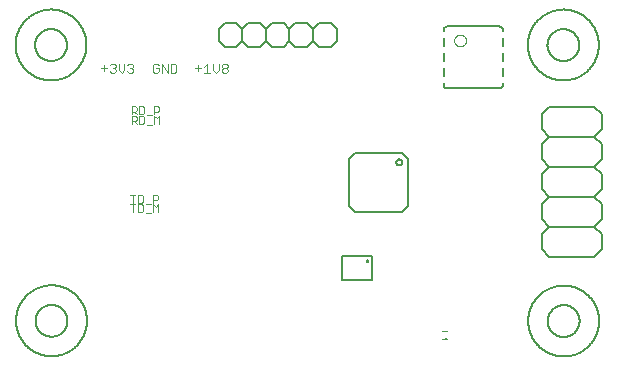
<source format=gto>
G75*
%MOIN*%
%OFA0B0*%
%FSLAX25Y25*%
%IPPOS*%
%LPD*%
%AMOC8*
5,1,8,0,0,1.08239X$1,22.5*
%
%ADD10C,0.00300*%
%ADD11C,0.00200*%
%ADD12C,0.00500*%
%ADD13C,0.00600*%
%ADD14C,0.00800*%
%ADD15C,0.00400*%
%ADD16R,0.00984X0.00886*%
D10*
X0051089Y0112619D02*
X0050605Y0113103D01*
X0051089Y0112619D02*
X0052056Y0112619D01*
X0052540Y0113103D01*
X0052540Y0113587D01*
X0052056Y0114071D01*
X0051573Y0114071D01*
X0052056Y0114071D02*
X0052540Y0114554D01*
X0052540Y0115038D01*
X0052056Y0115522D01*
X0051089Y0115522D01*
X0050605Y0115038D01*
X0049594Y0114071D02*
X0047659Y0114071D01*
X0048626Y0115038D02*
X0048626Y0113103D01*
X0053552Y0113587D02*
X0054519Y0112619D01*
X0055487Y0113587D01*
X0055487Y0115522D01*
X0056498Y0115038D02*
X0056982Y0115522D01*
X0057949Y0115522D01*
X0058433Y0115038D01*
X0058433Y0114554D01*
X0057949Y0114071D01*
X0058433Y0113587D01*
X0058433Y0113103D01*
X0057949Y0112619D01*
X0056982Y0112619D01*
X0056498Y0113103D01*
X0057466Y0114071D02*
X0057949Y0114071D01*
X0053552Y0113587D02*
X0053552Y0115522D01*
X0064981Y0115038D02*
X0064981Y0113103D01*
X0065465Y0112619D01*
X0066433Y0112619D01*
X0066916Y0113103D01*
X0066916Y0114071D01*
X0065949Y0114071D01*
X0066916Y0115038D02*
X0066433Y0115522D01*
X0065465Y0115522D01*
X0064981Y0115038D01*
X0067928Y0115522D02*
X0069863Y0112619D01*
X0069863Y0115522D01*
X0070875Y0115522D02*
X0072326Y0115522D01*
X0072810Y0115038D01*
X0072810Y0113103D01*
X0072326Y0112619D01*
X0070875Y0112619D01*
X0070875Y0115522D01*
X0067928Y0115522D02*
X0067928Y0112619D01*
X0079155Y0114071D02*
X0081090Y0114071D01*
X0082101Y0114554D02*
X0083069Y0115522D01*
X0083069Y0112619D01*
X0084036Y0112619D02*
X0082101Y0112619D01*
X0080122Y0113103D02*
X0080122Y0115038D01*
X0085048Y0115522D02*
X0085048Y0113587D01*
X0086015Y0112619D01*
X0086983Y0113587D01*
X0086983Y0115522D01*
X0087994Y0115038D02*
X0087994Y0114554D01*
X0088478Y0114071D01*
X0089446Y0114071D01*
X0089929Y0113587D01*
X0089929Y0113103D01*
X0089446Y0112619D01*
X0088478Y0112619D01*
X0087994Y0113103D01*
X0087994Y0113587D01*
X0088478Y0114071D01*
X0089446Y0114071D02*
X0089929Y0114554D01*
X0089929Y0115038D01*
X0089446Y0115522D01*
X0088478Y0115522D01*
X0087994Y0115038D01*
D11*
X0067163Y0100922D02*
X0067163Y0100069D01*
X0066737Y0099642D01*
X0065458Y0099642D01*
X0065458Y0098790D02*
X0065458Y0101348D01*
X0066737Y0101348D01*
X0067163Y0100922D01*
X0067163Y0098198D02*
X0067163Y0095640D01*
X0065458Y0095640D02*
X0065458Y0098198D01*
X0066310Y0097346D01*
X0067163Y0098198D01*
X0064625Y0098363D02*
X0062920Y0098363D01*
X0062088Y0097772D02*
X0061662Y0098198D01*
X0060382Y0098198D01*
X0060382Y0095640D01*
X0061662Y0095640D01*
X0062088Y0096066D01*
X0062088Y0097772D01*
X0061662Y0098790D02*
X0062088Y0099216D01*
X0062088Y0100922D01*
X0061662Y0101348D01*
X0060382Y0101348D01*
X0060382Y0098790D01*
X0061662Y0098790D01*
X0059550Y0098790D02*
X0058698Y0099642D01*
X0059124Y0099642D02*
X0057845Y0099642D01*
X0057845Y0098790D02*
X0057845Y0101348D01*
X0059124Y0101348D01*
X0059550Y0100922D01*
X0059550Y0100069D01*
X0059124Y0099642D01*
X0059124Y0098198D02*
X0059550Y0097772D01*
X0059550Y0096919D01*
X0059124Y0096493D01*
X0057845Y0096493D01*
X0058698Y0096493D02*
X0059550Y0095640D01*
X0057845Y0095640D02*
X0057845Y0098198D01*
X0059124Y0098198D01*
X0062920Y0095214D02*
X0064625Y0095214D01*
X0065064Y0071820D02*
X0066343Y0071820D01*
X0066769Y0071394D01*
X0066769Y0070541D01*
X0066343Y0070115D01*
X0065064Y0070115D01*
X0065064Y0069262D02*
X0065064Y0071820D01*
X0064232Y0068836D02*
X0062526Y0068836D01*
X0061694Y0068244D02*
X0061694Y0066539D01*
X0061268Y0066113D01*
X0059989Y0066113D01*
X0059989Y0068671D01*
X0061268Y0068671D01*
X0061694Y0068244D01*
X0061268Y0069262D02*
X0061694Y0069689D01*
X0061694Y0071394D01*
X0061268Y0071820D01*
X0059989Y0071820D01*
X0059989Y0069262D01*
X0061268Y0069262D01*
X0059157Y0068671D02*
X0057451Y0068671D01*
X0058304Y0068671D02*
X0058304Y0066113D01*
X0058304Y0069262D02*
X0058304Y0071820D01*
X0057451Y0071820D02*
X0059157Y0071820D01*
X0065064Y0068671D02*
X0065917Y0067818D01*
X0066769Y0068671D01*
X0066769Y0066113D01*
X0065064Y0066113D02*
X0065064Y0068671D01*
X0064232Y0065686D02*
X0062526Y0065686D01*
X0165402Y0123335D02*
X0165404Y0123423D01*
X0165410Y0123511D01*
X0165420Y0123599D01*
X0165434Y0123687D01*
X0165451Y0123773D01*
X0165473Y0123859D01*
X0165498Y0123943D01*
X0165528Y0124027D01*
X0165560Y0124109D01*
X0165597Y0124189D01*
X0165637Y0124268D01*
X0165681Y0124345D01*
X0165728Y0124420D01*
X0165778Y0124492D01*
X0165832Y0124563D01*
X0165888Y0124630D01*
X0165948Y0124696D01*
X0166010Y0124758D01*
X0166076Y0124818D01*
X0166143Y0124874D01*
X0166214Y0124928D01*
X0166286Y0124978D01*
X0166361Y0125025D01*
X0166438Y0125069D01*
X0166517Y0125109D01*
X0166597Y0125146D01*
X0166679Y0125178D01*
X0166763Y0125208D01*
X0166847Y0125233D01*
X0166933Y0125255D01*
X0167019Y0125272D01*
X0167107Y0125286D01*
X0167195Y0125296D01*
X0167283Y0125302D01*
X0167371Y0125304D01*
X0167459Y0125302D01*
X0167547Y0125296D01*
X0167635Y0125286D01*
X0167723Y0125272D01*
X0167809Y0125255D01*
X0167895Y0125233D01*
X0167979Y0125208D01*
X0168063Y0125178D01*
X0168145Y0125146D01*
X0168225Y0125109D01*
X0168304Y0125069D01*
X0168381Y0125025D01*
X0168456Y0124978D01*
X0168528Y0124928D01*
X0168599Y0124874D01*
X0168666Y0124818D01*
X0168732Y0124758D01*
X0168794Y0124696D01*
X0168854Y0124630D01*
X0168910Y0124563D01*
X0168964Y0124492D01*
X0169014Y0124420D01*
X0169061Y0124345D01*
X0169105Y0124268D01*
X0169145Y0124189D01*
X0169182Y0124109D01*
X0169214Y0124027D01*
X0169244Y0123943D01*
X0169269Y0123859D01*
X0169291Y0123773D01*
X0169308Y0123687D01*
X0169322Y0123599D01*
X0169332Y0123511D01*
X0169338Y0123423D01*
X0169340Y0123335D01*
X0169338Y0123247D01*
X0169332Y0123159D01*
X0169322Y0123071D01*
X0169308Y0122983D01*
X0169291Y0122897D01*
X0169269Y0122811D01*
X0169244Y0122727D01*
X0169214Y0122643D01*
X0169182Y0122561D01*
X0169145Y0122481D01*
X0169105Y0122402D01*
X0169061Y0122325D01*
X0169014Y0122250D01*
X0168964Y0122178D01*
X0168910Y0122107D01*
X0168854Y0122040D01*
X0168794Y0121974D01*
X0168732Y0121912D01*
X0168666Y0121852D01*
X0168599Y0121796D01*
X0168528Y0121742D01*
X0168456Y0121692D01*
X0168381Y0121645D01*
X0168304Y0121601D01*
X0168225Y0121561D01*
X0168145Y0121524D01*
X0168063Y0121492D01*
X0167979Y0121462D01*
X0167895Y0121437D01*
X0167809Y0121415D01*
X0167723Y0121398D01*
X0167635Y0121384D01*
X0167547Y0121374D01*
X0167459Y0121368D01*
X0167371Y0121366D01*
X0167283Y0121368D01*
X0167195Y0121374D01*
X0167107Y0121384D01*
X0167019Y0121398D01*
X0166933Y0121415D01*
X0166847Y0121437D01*
X0166763Y0121462D01*
X0166679Y0121492D01*
X0166597Y0121524D01*
X0166517Y0121561D01*
X0166438Y0121601D01*
X0166361Y0121645D01*
X0166286Y0121692D01*
X0166214Y0121742D01*
X0166143Y0121796D01*
X0166076Y0121852D01*
X0166010Y0121912D01*
X0165948Y0121974D01*
X0165888Y0122040D01*
X0165832Y0122107D01*
X0165778Y0122178D01*
X0165728Y0122250D01*
X0165681Y0122325D01*
X0165637Y0122402D01*
X0165597Y0122481D01*
X0165560Y0122561D01*
X0165528Y0122643D01*
X0165498Y0122727D01*
X0165473Y0122811D01*
X0165451Y0122897D01*
X0165434Y0122983D01*
X0165420Y0123071D01*
X0165410Y0123159D01*
X0165404Y0123247D01*
X0165402Y0123335D01*
D12*
X0148040Y0085698D02*
X0132292Y0085698D01*
X0130324Y0083729D01*
X0130324Y0067981D01*
X0132292Y0066013D01*
X0148040Y0066013D01*
X0150009Y0067981D01*
X0150009Y0083729D01*
X0148040Y0085698D01*
X0146072Y0082745D02*
X0146074Y0082807D01*
X0146080Y0082870D01*
X0146090Y0082931D01*
X0146104Y0082992D01*
X0146121Y0083052D01*
X0146142Y0083111D01*
X0146168Y0083168D01*
X0146196Y0083223D01*
X0146228Y0083277D01*
X0146264Y0083328D01*
X0146302Y0083378D01*
X0146344Y0083424D01*
X0146388Y0083468D01*
X0146436Y0083509D01*
X0146485Y0083547D01*
X0146537Y0083581D01*
X0146591Y0083612D01*
X0146647Y0083640D01*
X0146705Y0083664D01*
X0146764Y0083685D01*
X0146824Y0083701D01*
X0146885Y0083714D01*
X0146947Y0083723D01*
X0147009Y0083728D01*
X0147072Y0083729D01*
X0147134Y0083726D01*
X0147196Y0083719D01*
X0147258Y0083708D01*
X0147318Y0083693D01*
X0147378Y0083675D01*
X0147436Y0083653D01*
X0147493Y0083627D01*
X0147548Y0083597D01*
X0147601Y0083564D01*
X0147652Y0083528D01*
X0147700Y0083489D01*
X0147746Y0083446D01*
X0147789Y0083401D01*
X0147829Y0083353D01*
X0147866Y0083303D01*
X0147900Y0083250D01*
X0147931Y0083196D01*
X0147957Y0083140D01*
X0147981Y0083082D01*
X0148000Y0083022D01*
X0148016Y0082962D01*
X0148028Y0082900D01*
X0148036Y0082839D01*
X0148040Y0082776D01*
X0148040Y0082714D01*
X0148036Y0082651D01*
X0148028Y0082590D01*
X0148016Y0082528D01*
X0148000Y0082468D01*
X0147981Y0082408D01*
X0147957Y0082350D01*
X0147931Y0082294D01*
X0147900Y0082240D01*
X0147866Y0082187D01*
X0147829Y0082137D01*
X0147789Y0082089D01*
X0147746Y0082044D01*
X0147700Y0082001D01*
X0147652Y0081962D01*
X0147601Y0081926D01*
X0147548Y0081893D01*
X0147493Y0081863D01*
X0147436Y0081837D01*
X0147378Y0081815D01*
X0147318Y0081797D01*
X0147258Y0081782D01*
X0147196Y0081771D01*
X0147134Y0081764D01*
X0147072Y0081761D01*
X0147009Y0081762D01*
X0146947Y0081767D01*
X0146885Y0081776D01*
X0146824Y0081789D01*
X0146764Y0081805D01*
X0146705Y0081826D01*
X0146647Y0081850D01*
X0146591Y0081878D01*
X0146537Y0081909D01*
X0146485Y0081943D01*
X0146436Y0081981D01*
X0146388Y0082022D01*
X0146344Y0082066D01*
X0146302Y0082112D01*
X0146264Y0082162D01*
X0146228Y0082213D01*
X0146196Y0082267D01*
X0146168Y0082322D01*
X0146142Y0082379D01*
X0146121Y0082438D01*
X0146104Y0082498D01*
X0146090Y0082559D01*
X0146080Y0082620D01*
X0146074Y0082683D01*
X0146072Y0082745D01*
X0137891Y0051422D02*
X0128048Y0051422D01*
X0128048Y0043548D01*
X0137891Y0043548D01*
X0137891Y0051422D01*
X0136257Y0049847D02*
X0136259Y0049878D01*
X0136265Y0049909D01*
X0136274Y0049939D01*
X0136287Y0049968D01*
X0136304Y0049995D01*
X0136324Y0050019D01*
X0136346Y0050041D01*
X0136372Y0050060D01*
X0136399Y0050076D01*
X0136428Y0050088D01*
X0136458Y0050097D01*
X0136489Y0050102D01*
X0136521Y0050103D01*
X0136552Y0050100D01*
X0136583Y0050093D01*
X0136613Y0050083D01*
X0136641Y0050069D01*
X0136667Y0050051D01*
X0136691Y0050031D01*
X0136712Y0050007D01*
X0136731Y0049982D01*
X0136746Y0049954D01*
X0136757Y0049925D01*
X0136765Y0049894D01*
X0136769Y0049863D01*
X0136769Y0049831D01*
X0136765Y0049800D01*
X0136757Y0049769D01*
X0136746Y0049740D01*
X0136731Y0049712D01*
X0136712Y0049687D01*
X0136691Y0049663D01*
X0136667Y0049643D01*
X0136641Y0049625D01*
X0136613Y0049611D01*
X0136583Y0049601D01*
X0136552Y0049594D01*
X0136521Y0049591D01*
X0136489Y0049592D01*
X0136458Y0049597D01*
X0136428Y0049606D01*
X0136399Y0049618D01*
X0136372Y0049634D01*
X0136346Y0049653D01*
X0136324Y0049675D01*
X0136304Y0049699D01*
X0136287Y0049726D01*
X0136274Y0049755D01*
X0136265Y0049785D01*
X0136259Y0049816D01*
X0136257Y0049847D01*
D13*
X0194532Y0053749D02*
X0194532Y0058749D01*
X0197032Y0061249D01*
X0212032Y0061249D01*
X0214532Y0063749D01*
X0214532Y0068749D01*
X0212032Y0071249D01*
X0197032Y0071249D01*
X0194532Y0073749D01*
X0194532Y0078749D01*
X0197032Y0081249D01*
X0212032Y0081249D01*
X0214532Y0083749D01*
X0214532Y0088749D01*
X0212032Y0091249D01*
X0214532Y0093749D01*
X0214532Y0098749D01*
X0212032Y0101249D01*
X0197032Y0101249D01*
X0194532Y0098749D01*
X0194532Y0093749D01*
X0197032Y0091249D01*
X0212032Y0091249D01*
X0212032Y0081249D02*
X0214532Y0078749D01*
X0214532Y0073749D01*
X0212032Y0071249D01*
X0197032Y0071249D02*
X0194532Y0068749D01*
X0194532Y0063749D01*
X0197032Y0061249D01*
X0194532Y0053749D02*
X0197032Y0051249D01*
X0212032Y0051249D01*
X0214532Y0053749D01*
X0214532Y0058749D01*
X0212032Y0061249D01*
X0197032Y0081249D02*
X0194532Y0083749D01*
X0194532Y0088749D01*
X0197032Y0091249D01*
X0180619Y0107509D02*
X0162902Y0107509D01*
X0162840Y0107511D01*
X0162779Y0107517D01*
X0162718Y0107526D01*
X0162657Y0107540D01*
X0162598Y0107557D01*
X0162540Y0107578D01*
X0162483Y0107603D01*
X0162428Y0107631D01*
X0162375Y0107662D01*
X0162324Y0107697D01*
X0162275Y0107735D01*
X0162228Y0107776D01*
X0162185Y0107819D01*
X0162144Y0107866D01*
X0162106Y0107915D01*
X0162071Y0107966D01*
X0162040Y0108019D01*
X0162012Y0108074D01*
X0161987Y0108131D01*
X0161966Y0108189D01*
X0161949Y0108248D01*
X0161935Y0108309D01*
X0161926Y0108370D01*
X0161920Y0108431D01*
X0161918Y0108493D01*
X0161918Y0108572D02*
X0161918Y0109083D01*
X0161918Y0111485D02*
X0161918Y0114044D01*
X0161918Y0116485D02*
X0161918Y0119044D01*
X0161918Y0121485D02*
X0161918Y0124005D01*
X0161918Y0126446D02*
X0161918Y0126957D01*
X0161918Y0126997D02*
X0161920Y0127059D01*
X0161926Y0127120D01*
X0161935Y0127181D01*
X0161949Y0127242D01*
X0161966Y0127301D01*
X0161987Y0127359D01*
X0162012Y0127416D01*
X0162040Y0127471D01*
X0162071Y0127524D01*
X0162106Y0127575D01*
X0162144Y0127624D01*
X0162185Y0127671D01*
X0162228Y0127714D01*
X0162275Y0127755D01*
X0162324Y0127793D01*
X0162375Y0127828D01*
X0162428Y0127859D01*
X0162483Y0127887D01*
X0162540Y0127912D01*
X0162598Y0127933D01*
X0162657Y0127950D01*
X0162718Y0127964D01*
X0162779Y0127973D01*
X0162840Y0127979D01*
X0162902Y0127981D01*
X0162942Y0127981D02*
X0180619Y0127981D01*
X0180681Y0127979D01*
X0180742Y0127973D01*
X0180803Y0127964D01*
X0180864Y0127950D01*
X0180923Y0127933D01*
X0180981Y0127912D01*
X0181038Y0127887D01*
X0181093Y0127859D01*
X0181146Y0127828D01*
X0181197Y0127793D01*
X0181246Y0127755D01*
X0181293Y0127714D01*
X0181336Y0127671D01*
X0181377Y0127624D01*
X0181415Y0127575D01*
X0181450Y0127524D01*
X0181481Y0127471D01*
X0181509Y0127416D01*
X0181534Y0127359D01*
X0181555Y0127301D01*
X0181572Y0127242D01*
X0181586Y0127181D01*
X0181595Y0127120D01*
X0181601Y0127059D01*
X0181603Y0126997D01*
X0181603Y0126957D02*
X0181603Y0126446D01*
X0181603Y0124005D02*
X0181603Y0121485D01*
X0181603Y0119005D02*
X0181603Y0116485D01*
X0181603Y0114005D02*
X0181603Y0111485D01*
X0181603Y0109044D02*
X0181603Y0108454D01*
X0181603Y0108493D02*
X0181601Y0108431D01*
X0181595Y0108370D01*
X0181586Y0108309D01*
X0181572Y0108248D01*
X0181555Y0108189D01*
X0181534Y0108131D01*
X0181509Y0108074D01*
X0181481Y0108019D01*
X0181450Y0107966D01*
X0181415Y0107915D01*
X0181377Y0107866D01*
X0181336Y0107819D01*
X0181293Y0107776D01*
X0181246Y0107735D01*
X0181197Y0107697D01*
X0181146Y0107662D01*
X0181093Y0107631D01*
X0181038Y0107603D01*
X0180981Y0107578D01*
X0180923Y0107557D01*
X0180864Y0107540D01*
X0180803Y0107526D01*
X0180742Y0107517D01*
X0180681Y0107511D01*
X0180619Y0107509D01*
X0189989Y0121839D02*
X0189993Y0122129D01*
X0190003Y0122419D01*
X0190021Y0122708D01*
X0190046Y0122997D01*
X0190078Y0123285D01*
X0190117Y0123572D01*
X0190163Y0123858D01*
X0190216Y0124143D01*
X0190276Y0124427D01*
X0190343Y0124709D01*
X0190417Y0124989D01*
X0190498Y0125268D01*
X0190585Y0125544D01*
X0190679Y0125818D01*
X0190780Y0126090D01*
X0190888Y0126359D01*
X0191002Y0126625D01*
X0191123Y0126889D01*
X0191250Y0127149D01*
X0191384Y0127407D01*
X0191523Y0127661D01*
X0191669Y0127911D01*
X0191821Y0128158D01*
X0191980Y0128401D01*
X0192144Y0128640D01*
X0192313Y0128875D01*
X0192489Y0129106D01*
X0192670Y0129332D01*
X0192857Y0129554D01*
X0193049Y0129771D01*
X0193246Y0129983D01*
X0193448Y0130191D01*
X0193656Y0130393D01*
X0193868Y0130590D01*
X0194085Y0130782D01*
X0194307Y0130969D01*
X0194533Y0131150D01*
X0194764Y0131326D01*
X0194999Y0131495D01*
X0195238Y0131659D01*
X0195481Y0131818D01*
X0195728Y0131970D01*
X0195978Y0132116D01*
X0196232Y0132255D01*
X0196490Y0132389D01*
X0196750Y0132516D01*
X0197014Y0132637D01*
X0197280Y0132751D01*
X0197549Y0132859D01*
X0197821Y0132960D01*
X0198095Y0133054D01*
X0198371Y0133141D01*
X0198650Y0133222D01*
X0198930Y0133296D01*
X0199212Y0133363D01*
X0199496Y0133423D01*
X0199781Y0133476D01*
X0200067Y0133522D01*
X0200354Y0133561D01*
X0200642Y0133593D01*
X0200931Y0133618D01*
X0201220Y0133636D01*
X0201510Y0133646D01*
X0201800Y0133650D01*
X0202090Y0133646D01*
X0202380Y0133636D01*
X0202669Y0133618D01*
X0202958Y0133593D01*
X0203246Y0133561D01*
X0203533Y0133522D01*
X0203819Y0133476D01*
X0204104Y0133423D01*
X0204388Y0133363D01*
X0204670Y0133296D01*
X0204950Y0133222D01*
X0205229Y0133141D01*
X0205505Y0133054D01*
X0205779Y0132960D01*
X0206051Y0132859D01*
X0206320Y0132751D01*
X0206586Y0132637D01*
X0206850Y0132516D01*
X0207110Y0132389D01*
X0207368Y0132255D01*
X0207622Y0132116D01*
X0207872Y0131970D01*
X0208119Y0131818D01*
X0208362Y0131659D01*
X0208601Y0131495D01*
X0208836Y0131326D01*
X0209067Y0131150D01*
X0209293Y0130969D01*
X0209515Y0130782D01*
X0209732Y0130590D01*
X0209944Y0130393D01*
X0210152Y0130191D01*
X0210354Y0129983D01*
X0210551Y0129771D01*
X0210743Y0129554D01*
X0210930Y0129332D01*
X0211111Y0129106D01*
X0211287Y0128875D01*
X0211456Y0128640D01*
X0211620Y0128401D01*
X0211779Y0128158D01*
X0211931Y0127911D01*
X0212077Y0127661D01*
X0212216Y0127407D01*
X0212350Y0127149D01*
X0212477Y0126889D01*
X0212598Y0126625D01*
X0212712Y0126359D01*
X0212820Y0126090D01*
X0212921Y0125818D01*
X0213015Y0125544D01*
X0213102Y0125268D01*
X0213183Y0124989D01*
X0213257Y0124709D01*
X0213324Y0124427D01*
X0213384Y0124143D01*
X0213437Y0123858D01*
X0213483Y0123572D01*
X0213522Y0123285D01*
X0213554Y0122997D01*
X0213579Y0122708D01*
X0213597Y0122419D01*
X0213607Y0122129D01*
X0213611Y0121839D01*
X0213607Y0121549D01*
X0213597Y0121259D01*
X0213579Y0120970D01*
X0213554Y0120681D01*
X0213522Y0120393D01*
X0213483Y0120106D01*
X0213437Y0119820D01*
X0213384Y0119535D01*
X0213324Y0119251D01*
X0213257Y0118969D01*
X0213183Y0118689D01*
X0213102Y0118410D01*
X0213015Y0118134D01*
X0212921Y0117860D01*
X0212820Y0117588D01*
X0212712Y0117319D01*
X0212598Y0117053D01*
X0212477Y0116789D01*
X0212350Y0116529D01*
X0212216Y0116271D01*
X0212077Y0116017D01*
X0211931Y0115767D01*
X0211779Y0115520D01*
X0211620Y0115277D01*
X0211456Y0115038D01*
X0211287Y0114803D01*
X0211111Y0114572D01*
X0210930Y0114346D01*
X0210743Y0114124D01*
X0210551Y0113907D01*
X0210354Y0113695D01*
X0210152Y0113487D01*
X0209944Y0113285D01*
X0209732Y0113088D01*
X0209515Y0112896D01*
X0209293Y0112709D01*
X0209067Y0112528D01*
X0208836Y0112352D01*
X0208601Y0112183D01*
X0208362Y0112019D01*
X0208119Y0111860D01*
X0207872Y0111708D01*
X0207622Y0111562D01*
X0207368Y0111423D01*
X0207110Y0111289D01*
X0206850Y0111162D01*
X0206586Y0111041D01*
X0206320Y0110927D01*
X0206051Y0110819D01*
X0205779Y0110718D01*
X0205505Y0110624D01*
X0205229Y0110537D01*
X0204950Y0110456D01*
X0204670Y0110382D01*
X0204388Y0110315D01*
X0204104Y0110255D01*
X0203819Y0110202D01*
X0203533Y0110156D01*
X0203246Y0110117D01*
X0202958Y0110085D01*
X0202669Y0110060D01*
X0202380Y0110042D01*
X0202090Y0110032D01*
X0201800Y0110028D01*
X0201510Y0110032D01*
X0201220Y0110042D01*
X0200931Y0110060D01*
X0200642Y0110085D01*
X0200354Y0110117D01*
X0200067Y0110156D01*
X0199781Y0110202D01*
X0199496Y0110255D01*
X0199212Y0110315D01*
X0198930Y0110382D01*
X0198650Y0110456D01*
X0198371Y0110537D01*
X0198095Y0110624D01*
X0197821Y0110718D01*
X0197549Y0110819D01*
X0197280Y0110927D01*
X0197014Y0111041D01*
X0196750Y0111162D01*
X0196490Y0111289D01*
X0196232Y0111423D01*
X0195978Y0111562D01*
X0195728Y0111708D01*
X0195481Y0111860D01*
X0195238Y0112019D01*
X0194999Y0112183D01*
X0194764Y0112352D01*
X0194533Y0112528D01*
X0194307Y0112709D01*
X0194085Y0112896D01*
X0193868Y0113088D01*
X0193656Y0113285D01*
X0193448Y0113487D01*
X0193246Y0113695D01*
X0193049Y0113907D01*
X0192857Y0114124D01*
X0192670Y0114346D01*
X0192489Y0114572D01*
X0192313Y0114803D01*
X0192144Y0115038D01*
X0191980Y0115277D01*
X0191821Y0115520D01*
X0191669Y0115767D01*
X0191523Y0116017D01*
X0191384Y0116271D01*
X0191250Y0116529D01*
X0191123Y0116789D01*
X0191002Y0117053D01*
X0190888Y0117319D01*
X0190780Y0117588D01*
X0190679Y0117860D01*
X0190585Y0118134D01*
X0190498Y0118410D01*
X0190417Y0118689D01*
X0190343Y0118969D01*
X0190276Y0119251D01*
X0190216Y0119535D01*
X0190163Y0119820D01*
X0190117Y0120106D01*
X0190078Y0120393D01*
X0190046Y0120681D01*
X0190021Y0120970D01*
X0190003Y0121259D01*
X0189993Y0121549D01*
X0189989Y0121839D01*
X0126249Y0123099D02*
X0124280Y0121131D01*
X0120343Y0121131D01*
X0118375Y0123099D01*
X0118375Y0127036D01*
X0120343Y0129005D01*
X0124280Y0129005D01*
X0126249Y0127036D01*
X0126249Y0123099D01*
X0118375Y0123099D02*
X0116406Y0121131D01*
X0112469Y0121131D01*
X0110501Y0123099D01*
X0110501Y0127036D01*
X0112469Y0129005D01*
X0116406Y0129005D01*
X0118375Y0127036D01*
X0110501Y0127036D02*
X0108532Y0129005D01*
X0104595Y0129005D01*
X0102627Y0127036D01*
X0102627Y0123099D01*
X0104595Y0121131D01*
X0108532Y0121131D01*
X0110501Y0123099D01*
X0102627Y0123099D02*
X0100658Y0121131D01*
X0096721Y0121131D01*
X0094753Y0123099D01*
X0094753Y0127036D01*
X0096721Y0129005D01*
X0100658Y0129005D01*
X0102627Y0127036D01*
X0094753Y0127036D02*
X0092784Y0129005D01*
X0088847Y0129005D01*
X0086879Y0127036D01*
X0086879Y0123099D01*
X0088847Y0121131D01*
X0092784Y0121131D01*
X0094753Y0123099D01*
X0019202Y0121839D02*
X0019206Y0122129D01*
X0019216Y0122419D01*
X0019234Y0122708D01*
X0019259Y0122997D01*
X0019291Y0123285D01*
X0019330Y0123572D01*
X0019376Y0123858D01*
X0019429Y0124143D01*
X0019489Y0124427D01*
X0019556Y0124709D01*
X0019630Y0124989D01*
X0019711Y0125268D01*
X0019798Y0125544D01*
X0019892Y0125818D01*
X0019993Y0126090D01*
X0020101Y0126359D01*
X0020215Y0126625D01*
X0020336Y0126889D01*
X0020463Y0127149D01*
X0020597Y0127407D01*
X0020736Y0127661D01*
X0020882Y0127911D01*
X0021034Y0128158D01*
X0021193Y0128401D01*
X0021357Y0128640D01*
X0021526Y0128875D01*
X0021702Y0129106D01*
X0021883Y0129332D01*
X0022070Y0129554D01*
X0022262Y0129771D01*
X0022459Y0129983D01*
X0022661Y0130191D01*
X0022869Y0130393D01*
X0023081Y0130590D01*
X0023298Y0130782D01*
X0023520Y0130969D01*
X0023746Y0131150D01*
X0023977Y0131326D01*
X0024212Y0131495D01*
X0024451Y0131659D01*
X0024694Y0131818D01*
X0024941Y0131970D01*
X0025191Y0132116D01*
X0025445Y0132255D01*
X0025703Y0132389D01*
X0025963Y0132516D01*
X0026227Y0132637D01*
X0026493Y0132751D01*
X0026762Y0132859D01*
X0027034Y0132960D01*
X0027308Y0133054D01*
X0027584Y0133141D01*
X0027863Y0133222D01*
X0028143Y0133296D01*
X0028425Y0133363D01*
X0028709Y0133423D01*
X0028994Y0133476D01*
X0029280Y0133522D01*
X0029567Y0133561D01*
X0029855Y0133593D01*
X0030144Y0133618D01*
X0030433Y0133636D01*
X0030723Y0133646D01*
X0031013Y0133650D01*
X0031303Y0133646D01*
X0031593Y0133636D01*
X0031882Y0133618D01*
X0032171Y0133593D01*
X0032459Y0133561D01*
X0032746Y0133522D01*
X0033032Y0133476D01*
X0033317Y0133423D01*
X0033601Y0133363D01*
X0033883Y0133296D01*
X0034163Y0133222D01*
X0034442Y0133141D01*
X0034718Y0133054D01*
X0034992Y0132960D01*
X0035264Y0132859D01*
X0035533Y0132751D01*
X0035799Y0132637D01*
X0036063Y0132516D01*
X0036323Y0132389D01*
X0036581Y0132255D01*
X0036835Y0132116D01*
X0037085Y0131970D01*
X0037332Y0131818D01*
X0037575Y0131659D01*
X0037814Y0131495D01*
X0038049Y0131326D01*
X0038280Y0131150D01*
X0038506Y0130969D01*
X0038728Y0130782D01*
X0038945Y0130590D01*
X0039157Y0130393D01*
X0039365Y0130191D01*
X0039567Y0129983D01*
X0039764Y0129771D01*
X0039956Y0129554D01*
X0040143Y0129332D01*
X0040324Y0129106D01*
X0040500Y0128875D01*
X0040669Y0128640D01*
X0040833Y0128401D01*
X0040992Y0128158D01*
X0041144Y0127911D01*
X0041290Y0127661D01*
X0041429Y0127407D01*
X0041563Y0127149D01*
X0041690Y0126889D01*
X0041811Y0126625D01*
X0041925Y0126359D01*
X0042033Y0126090D01*
X0042134Y0125818D01*
X0042228Y0125544D01*
X0042315Y0125268D01*
X0042396Y0124989D01*
X0042470Y0124709D01*
X0042537Y0124427D01*
X0042597Y0124143D01*
X0042650Y0123858D01*
X0042696Y0123572D01*
X0042735Y0123285D01*
X0042767Y0122997D01*
X0042792Y0122708D01*
X0042810Y0122419D01*
X0042820Y0122129D01*
X0042824Y0121839D01*
X0042820Y0121549D01*
X0042810Y0121259D01*
X0042792Y0120970D01*
X0042767Y0120681D01*
X0042735Y0120393D01*
X0042696Y0120106D01*
X0042650Y0119820D01*
X0042597Y0119535D01*
X0042537Y0119251D01*
X0042470Y0118969D01*
X0042396Y0118689D01*
X0042315Y0118410D01*
X0042228Y0118134D01*
X0042134Y0117860D01*
X0042033Y0117588D01*
X0041925Y0117319D01*
X0041811Y0117053D01*
X0041690Y0116789D01*
X0041563Y0116529D01*
X0041429Y0116271D01*
X0041290Y0116017D01*
X0041144Y0115767D01*
X0040992Y0115520D01*
X0040833Y0115277D01*
X0040669Y0115038D01*
X0040500Y0114803D01*
X0040324Y0114572D01*
X0040143Y0114346D01*
X0039956Y0114124D01*
X0039764Y0113907D01*
X0039567Y0113695D01*
X0039365Y0113487D01*
X0039157Y0113285D01*
X0038945Y0113088D01*
X0038728Y0112896D01*
X0038506Y0112709D01*
X0038280Y0112528D01*
X0038049Y0112352D01*
X0037814Y0112183D01*
X0037575Y0112019D01*
X0037332Y0111860D01*
X0037085Y0111708D01*
X0036835Y0111562D01*
X0036581Y0111423D01*
X0036323Y0111289D01*
X0036063Y0111162D01*
X0035799Y0111041D01*
X0035533Y0110927D01*
X0035264Y0110819D01*
X0034992Y0110718D01*
X0034718Y0110624D01*
X0034442Y0110537D01*
X0034163Y0110456D01*
X0033883Y0110382D01*
X0033601Y0110315D01*
X0033317Y0110255D01*
X0033032Y0110202D01*
X0032746Y0110156D01*
X0032459Y0110117D01*
X0032171Y0110085D01*
X0031882Y0110060D01*
X0031593Y0110042D01*
X0031303Y0110032D01*
X0031013Y0110028D01*
X0030723Y0110032D01*
X0030433Y0110042D01*
X0030144Y0110060D01*
X0029855Y0110085D01*
X0029567Y0110117D01*
X0029280Y0110156D01*
X0028994Y0110202D01*
X0028709Y0110255D01*
X0028425Y0110315D01*
X0028143Y0110382D01*
X0027863Y0110456D01*
X0027584Y0110537D01*
X0027308Y0110624D01*
X0027034Y0110718D01*
X0026762Y0110819D01*
X0026493Y0110927D01*
X0026227Y0111041D01*
X0025963Y0111162D01*
X0025703Y0111289D01*
X0025445Y0111423D01*
X0025191Y0111562D01*
X0024941Y0111708D01*
X0024694Y0111860D01*
X0024451Y0112019D01*
X0024212Y0112183D01*
X0023977Y0112352D01*
X0023746Y0112528D01*
X0023520Y0112709D01*
X0023298Y0112896D01*
X0023081Y0113088D01*
X0022869Y0113285D01*
X0022661Y0113487D01*
X0022459Y0113695D01*
X0022262Y0113907D01*
X0022070Y0114124D01*
X0021883Y0114346D01*
X0021702Y0114572D01*
X0021526Y0114803D01*
X0021357Y0115038D01*
X0021193Y0115277D01*
X0021034Y0115520D01*
X0020882Y0115767D01*
X0020736Y0116017D01*
X0020597Y0116271D01*
X0020463Y0116529D01*
X0020336Y0116789D01*
X0020215Y0117053D01*
X0020101Y0117319D01*
X0019993Y0117588D01*
X0019892Y0117860D01*
X0019798Y0118134D01*
X0019711Y0118410D01*
X0019630Y0118689D01*
X0019556Y0118969D01*
X0019489Y0119251D01*
X0019429Y0119535D01*
X0019376Y0119820D01*
X0019330Y0120106D01*
X0019291Y0120393D01*
X0019259Y0120681D01*
X0019234Y0120970D01*
X0019216Y0121259D01*
X0019206Y0121549D01*
X0019202Y0121839D01*
X0019359Y0029910D02*
X0019363Y0030200D01*
X0019373Y0030490D01*
X0019391Y0030779D01*
X0019416Y0031068D01*
X0019448Y0031356D01*
X0019487Y0031643D01*
X0019533Y0031929D01*
X0019586Y0032214D01*
X0019646Y0032498D01*
X0019713Y0032780D01*
X0019787Y0033060D01*
X0019868Y0033339D01*
X0019955Y0033615D01*
X0020049Y0033889D01*
X0020150Y0034161D01*
X0020258Y0034430D01*
X0020372Y0034696D01*
X0020493Y0034960D01*
X0020620Y0035220D01*
X0020754Y0035478D01*
X0020893Y0035732D01*
X0021039Y0035982D01*
X0021191Y0036229D01*
X0021350Y0036472D01*
X0021514Y0036711D01*
X0021683Y0036946D01*
X0021859Y0037177D01*
X0022040Y0037403D01*
X0022227Y0037625D01*
X0022419Y0037842D01*
X0022616Y0038054D01*
X0022818Y0038262D01*
X0023026Y0038464D01*
X0023238Y0038661D01*
X0023455Y0038853D01*
X0023677Y0039040D01*
X0023903Y0039221D01*
X0024134Y0039397D01*
X0024369Y0039566D01*
X0024608Y0039730D01*
X0024851Y0039889D01*
X0025098Y0040041D01*
X0025348Y0040187D01*
X0025602Y0040326D01*
X0025860Y0040460D01*
X0026120Y0040587D01*
X0026384Y0040708D01*
X0026650Y0040822D01*
X0026919Y0040930D01*
X0027191Y0041031D01*
X0027465Y0041125D01*
X0027741Y0041212D01*
X0028020Y0041293D01*
X0028300Y0041367D01*
X0028582Y0041434D01*
X0028866Y0041494D01*
X0029151Y0041547D01*
X0029437Y0041593D01*
X0029724Y0041632D01*
X0030012Y0041664D01*
X0030301Y0041689D01*
X0030590Y0041707D01*
X0030880Y0041717D01*
X0031170Y0041721D01*
X0031460Y0041717D01*
X0031750Y0041707D01*
X0032039Y0041689D01*
X0032328Y0041664D01*
X0032616Y0041632D01*
X0032903Y0041593D01*
X0033189Y0041547D01*
X0033474Y0041494D01*
X0033758Y0041434D01*
X0034040Y0041367D01*
X0034320Y0041293D01*
X0034599Y0041212D01*
X0034875Y0041125D01*
X0035149Y0041031D01*
X0035421Y0040930D01*
X0035690Y0040822D01*
X0035956Y0040708D01*
X0036220Y0040587D01*
X0036480Y0040460D01*
X0036738Y0040326D01*
X0036992Y0040187D01*
X0037242Y0040041D01*
X0037489Y0039889D01*
X0037732Y0039730D01*
X0037971Y0039566D01*
X0038206Y0039397D01*
X0038437Y0039221D01*
X0038663Y0039040D01*
X0038885Y0038853D01*
X0039102Y0038661D01*
X0039314Y0038464D01*
X0039522Y0038262D01*
X0039724Y0038054D01*
X0039921Y0037842D01*
X0040113Y0037625D01*
X0040300Y0037403D01*
X0040481Y0037177D01*
X0040657Y0036946D01*
X0040826Y0036711D01*
X0040990Y0036472D01*
X0041149Y0036229D01*
X0041301Y0035982D01*
X0041447Y0035732D01*
X0041586Y0035478D01*
X0041720Y0035220D01*
X0041847Y0034960D01*
X0041968Y0034696D01*
X0042082Y0034430D01*
X0042190Y0034161D01*
X0042291Y0033889D01*
X0042385Y0033615D01*
X0042472Y0033339D01*
X0042553Y0033060D01*
X0042627Y0032780D01*
X0042694Y0032498D01*
X0042754Y0032214D01*
X0042807Y0031929D01*
X0042853Y0031643D01*
X0042892Y0031356D01*
X0042924Y0031068D01*
X0042949Y0030779D01*
X0042967Y0030490D01*
X0042977Y0030200D01*
X0042981Y0029910D01*
X0042977Y0029620D01*
X0042967Y0029330D01*
X0042949Y0029041D01*
X0042924Y0028752D01*
X0042892Y0028464D01*
X0042853Y0028177D01*
X0042807Y0027891D01*
X0042754Y0027606D01*
X0042694Y0027322D01*
X0042627Y0027040D01*
X0042553Y0026760D01*
X0042472Y0026481D01*
X0042385Y0026205D01*
X0042291Y0025931D01*
X0042190Y0025659D01*
X0042082Y0025390D01*
X0041968Y0025124D01*
X0041847Y0024860D01*
X0041720Y0024600D01*
X0041586Y0024342D01*
X0041447Y0024088D01*
X0041301Y0023838D01*
X0041149Y0023591D01*
X0040990Y0023348D01*
X0040826Y0023109D01*
X0040657Y0022874D01*
X0040481Y0022643D01*
X0040300Y0022417D01*
X0040113Y0022195D01*
X0039921Y0021978D01*
X0039724Y0021766D01*
X0039522Y0021558D01*
X0039314Y0021356D01*
X0039102Y0021159D01*
X0038885Y0020967D01*
X0038663Y0020780D01*
X0038437Y0020599D01*
X0038206Y0020423D01*
X0037971Y0020254D01*
X0037732Y0020090D01*
X0037489Y0019931D01*
X0037242Y0019779D01*
X0036992Y0019633D01*
X0036738Y0019494D01*
X0036480Y0019360D01*
X0036220Y0019233D01*
X0035956Y0019112D01*
X0035690Y0018998D01*
X0035421Y0018890D01*
X0035149Y0018789D01*
X0034875Y0018695D01*
X0034599Y0018608D01*
X0034320Y0018527D01*
X0034040Y0018453D01*
X0033758Y0018386D01*
X0033474Y0018326D01*
X0033189Y0018273D01*
X0032903Y0018227D01*
X0032616Y0018188D01*
X0032328Y0018156D01*
X0032039Y0018131D01*
X0031750Y0018113D01*
X0031460Y0018103D01*
X0031170Y0018099D01*
X0030880Y0018103D01*
X0030590Y0018113D01*
X0030301Y0018131D01*
X0030012Y0018156D01*
X0029724Y0018188D01*
X0029437Y0018227D01*
X0029151Y0018273D01*
X0028866Y0018326D01*
X0028582Y0018386D01*
X0028300Y0018453D01*
X0028020Y0018527D01*
X0027741Y0018608D01*
X0027465Y0018695D01*
X0027191Y0018789D01*
X0026919Y0018890D01*
X0026650Y0018998D01*
X0026384Y0019112D01*
X0026120Y0019233D01*
X0025860Y0019360D01*
X0025602Y0019494D01*
X0025348Y0019633D01*
X0025098Y0019779D01*
X0024851Y0019931D01*
X0024608Y0020090D01*
X0024369Y0020254D01*
X0024134Y0020423D01*
X0023903Y0020599D01*
X0023677Y0020780D01*
X0023455Y0020967D01*
X0023238Y0021159D01*
X0023026Y0021356D01*
X0022818Y0021558D01*
X0022616Y0021766D01*
X0022419Y0021978D01*
X0022227Y0022195D01*
X0022040Y0022417D01*
X0021859Y0022643D01*
X0021683Y0022874D01*
X0021514Y0023109D01*
X0021350Y0023348D01*
X0021191Y0023591D01*
X0021039Y0023838D01*
X0020893Y0024088D01*
X0020754Y0024342D01*
X0020620Y0024600D01*
X0020493Y0024860D01*
X0020372Y0025124D01*
X0020258Y0025390D01*
X0020150Y0025659D01*
X0020049Y0025931D01*
X0019955Y0026205D01*
X0019868Y0026481D01*
X0019787Y0026760D01*
X0019713Y0027040D01*
X0019646Y0027322D01*
X0019586Y0027606D01*
X0019533Y0027891D01*
X0019487Y0028177D01*
X0019448Y0028464D01*
X0019416Y0028752D01*
X0019391Y0029041D01*
X0019373Y0029330D01*
X0019363Y0029620D01*
X0019359Y0029910D01*
X0190068Y0029831D02*
X0190072Y0030121D01*
X0190082Y0030411D01*
X0190100Y0030700D01*
X0190125Y0030989D01*
X0190157Y0031277D01*
X0190196Y0031564D01*
X0190242Y0031850D01*
X0190295Y0032135D01*
X0190355Y0032419D01*
X0190422Y0032701D01*
X0190496Y0032981D01*
X0190577Y0033260D01*
X0190664Y0033536D01*
X0190758Y0033810D01*
X0190859Y0034082D01*
X0190967Y0034351D01*
X0191081Y0034617D01*
X0191202Y0034881D01*
X0191329Y0035141D01*
X0191463Y0035399D01*
X0191602Y0035653D01*
X0191748Y0035903D01*
X0191900Y0036150D01*
X0192059Y0036393D01*
X0192223Y0036632D01*
X0192392Y0036867D01*
X0192568Y0037098D01*
X0192749Y0037324D01*
X0192936Y0037546D01*
X0193128Y0037763D01*
X0193325Y0037975D01*
X0193527Y0038183D01*
X0193735Y0038385D01*
X0193947Y0038582D01*
X0194164Y0038774D01*
X0194386Y0038961D01*
X0194612Y0039142D01*
X0194843Y0039318D01*
X0195078Y0039487D01*
X0195317Y0039651D01*
X0195560Y0039810D01*
X0195807Y0039962D01*
X0196057Y0040108D01*
X0196311Y0040247D01*
X0196569Y0040381D01*
X0196829Y0040508D01*
X0197093Y0040629D01*
X0197359Y0040743D01*
X0197628Y0040851D01*
X0197900Y0040952D01*
X0198174Y0041046D01*
X0198450Y0041133D01*
X0198729Y0041214D01*
X0199009Y0041288D01*
X0199291Y0041355D01*
X0199575Y0041415D01*
X0199860Y0041468D01*
X0200146Y0041514D01*
X0200433Y0041553D01*
X0200721Y0041585D01*
X0201010Y0041610D01*
X0201299Y0041628D01*
X0201589Y0041638D01*
X0201879Y0041642D01*
X0202169Y0041638D01*
X0202459Y0041628D01*
X0202748Y0041610D01*
X0203037Y0041585D01*
X0203325Y0041553D01*
X0203612Y0041514D01*
X0203898Y0041468D01*
X0204183Y0041415D01*
X0204467Y0041355D01*
X0204749Y0041288D01*
X0205029Y0041214D01*
X0205308Y0041133D01*
X0205584Y0041046D01*
X0205858Y0040952D01*
X0206130Y0040851D01*
X0206399Y0040743D01*
X0206665Y0040629D01*
X0206929Y0040508D01*
X0207189Y0040381D01*
X0207447Y0040247D01*
X0207701Y0040108D01*
X0207951Y0039962D01*
X0208198Y0039810D01*
X0208441Y0039651D01*
X0208680Y0039487D01*
X0208915Y0039318D01*
X0209146Y0039142D01*
X0209372Y0038961D01*
X0209594Y0038774D01*
X0209811Y0038582D01*
X0210023Y0038385D01*
X0210231Y0038183D01*
X0210433Y0037975D01*
X0210630Y0037763D01*
X0210822Y0037546D01*
X0211009Y0037324D01*
X0211190Y0037098D01*
X0211366Y0036867D01*
X0211535Y0036632D01*
X0211699Y0036393D01*
X0211858Y0036150D01*
X0212010Y0035903D01*
X0212156Y0035653D01*
X0212295Y0035399D01*
X0212429Y0035141D01*
X0212556Y0034881D01*
X0212677Y0034617D01*
X0212791Y0034351D01*
X0212899Y0034082D01*
X0213000Y0033810D01*
X0213094Y0033536D01*
X0213181Y0033260D01*
X0213262Y0032981D01*
X0213336Y0032701D01*
X0213403Y0032419D01*
X0213463Y0032135D01*
X0213516Y0031850D01*
X0213562Y0031564D01*
X0213601Y0031277D01*
X0213633Y0030989D01*
X0213658Y0030700D01*
X0213676Y0030411D01*
X0213686Y0030121D01*
X0213690Y0029831D01*
X0213686Y0029541D01*
X0213676Y0029251D01*
X0213658Y0028962D01*
X0213633Y0028673D01*
X0213601Y0028385D01*
X0213562Y0028098D01*
X0213516Y0027812D01*
X0213463Y0027527D01*
X0213403Y0027243D01*
X0213336Y0026961D01*
X0213262Y0026681D01*
X0213181Y0026402D01*
X0213094Y0026126D01*
X0213000Y0025852D01*
X0212899Y0025580D01*
X0212791Y0025311D01*
X0212677Y0025045D01*
X0212556Y0024781D01*
X0212429Y0024521D01*
X0212295Y0024263D01*
X0212156Y0024009D01*
X0212010Y0023759D01*
X0211858Y0023512D01*
X0211699Y0023269D01*
X0211535Y0023030D01*
X0211366Y0022795D01*
X0211190Y0022564D01*
X0211009Y0022338D01*
X0210822Y0022116D01*
X0210630Y0021899D01*
X0210433Y0021687D01*
X0210231Y0021479D01*
X0210023Y0021277D01*
X0209811Y0021080D01*
X0209594Y0020888D01*
X0209372Y0020701D01*
X0209146Y0020520D01*
X0208915Y0020344D01*
X0208680Y0020175D01*
X0208441Y0020011D01*
X0208198Y0019852D01*
X0207951Y0019700D01*
X0207701Y0019554D01*
X0207447Y0019415D01*
X0207189Y0019281D01*
X0206929Y0019154D01*
X0206665Y0019033D01*
X0206399Y0018919D01*
X0206130Y0018811D01*
X0205858Y0018710D01*
X0205584Y0018616D01*
X0205308Y0018529D01*
X0205029Y0018448D01*
X0204749Y0018374D01*
X0204467Y0018307D01*
X0204183Y0018247D01*
X0203898Y0018194D01*
X0203612Y0018148D01*
X0203325Y0018109D01*
X0203037Y0018077D01*
X0202748Y0018052D01*
X0202459Y0018034D01*
X0202169Y0018024D01*
X0201879Y0018020D01*
X0201589Y0018024D01*
X0201299Y0018034D01*
X0201010Y0018052D01*
X0200721Y0018077D01*
X0200433Y0018109D01*
X0200146Y0018148D01*
X0199860Y0018194D01*
X0199575Y0018247D01*
X0199291Y0018307D01*
X0199009Y0018374D01*
X0198729Y0018448D01*
X0198450Y0018529D01*
X0198174Y0018616D01*
X0197900Y0018710D01*
X0197628Y0018811D01*
X0197359Y0018919D01*
X0197093Y0019033D01*
X0196829Y0019154D01*
X0196569Y0019281D01*
X0196311Y0019415D01*
X0196057Y0019554D01*
X0195807Y0019700D01*
X0195560Y0019852D01*
X0195317Y0020011D01*
X0195078Y0020175D01*
X0194843Y0020344D01*
X0194612Y0020520D01*
X0194386Y0020701D01*
X0194164Y0020888D01*
X0193947Y0021080D01*
X0193735Y0021277D01*
X0193527Y0021479D01*
X0193325Y0021687D01*
X0193128Y0021899D01*
X0192936Y0022116D01*
X0192749Y0022338D01*
X0192568Y0022564D01*
X0192392Y0022795D01*
X0192223Y0023030D01*
X0192059Y0023269D01*
X0191900Y0023512D01*
X0191748Y0023759D01*
X0191602Y0024009D01*
X0191463Y0024263D01*
X0191329Y0024521D01*
X0191202Y0024781D01*
X0191081Y0025045D01*
X0190967Y0025311D01*
X0190859Y0025580D01*
X0190758Y0025852D01*
X0190664Y0026126D01*
X0190577Y0026402D01*
X0190496Y0026681D01*
X0190422Y0026961D01*
X0190355Y0027243D01*
X0190295Y0027527D01*
X0190242Y0027812D01*
X0190196Y0028098D01*
X0190157Y0028385D01*
X0190125Y0028673D01*
X0190100Y0028962D01*
X0190082Y0029251D01*
X0190072Y0029541D01*
X0190068Y0029831D01*
D14*
X0025855Y0029910D02*
X0025857Y0030055D01*
X0025863Y0030200D01*
X0025873Y0030345D01*
X0025887Y0030490D01*
X0025905Y0030634D01*
X0025926Y0030777D01*
X0025952Y0030920D01*
X0025981Y0031062D01*
X0026015Y0031204D01*
X0026052Y0031344D01*
X0026093Y0031483D01*
X0026138Y0031621D01*
X0026187Y0031758D01*
X0026239Y0031894D01*
X0026295Y0032028D01*
X0026355Y0032160D01*
X0026418Y0032291D01*
X0026485Y0032419D01*
X0026555Y0032547D01*
X0026629Y0032672D01*
X0026706Y0032795D01*
X0026786Y0032915D01*
X0026870Y0033034D01*
X0026957Y0033150D01*
X0027047Y0033264D01*
X0027140Y0033376D01*
X0027236Y0033484D01*
X0027336Y0033590D01*
X0027437Y0033694D01*
X0027542Y0033794D01*
X0027650Y0033892D01*
X0027760Y0033987D01*
X0027872Y0034078D01*
X0027987Y0034167D01*
X0028105Y0034252D01*
X0028225Y0034334D01*
X0028347Y0034413D01*
X0028471Y0034489D01*
X0028597Y0034561D01*
X0028725Y0034629D01*
X0028855Y0034694D01*
X0028986Y0034756D01*
X0029119Y0034813D01*
X0029254Y0034868D01*
X0029390Y0034918D01*
X0029528Y0034965D01*
X0029666Y0035008D01*
X0029806Y0035047D01*
X0029947Y0035082D01*
X0030089Y0035114D01*
X0030231Y0035141D01*
X0030374Y0035165D01*
X0030518Y0035185D01*
X0030663Y0035201D01*
X0030807Y0035213D01*
X0030952Y0035221D01*
X0031097Y0035225D01*
X0031243Y0035225D01*
X0031388Y0035221D01*
X0031533Y0035213D01*
X0031677Y0035201D01*
X0031822Y0035185D01*
X0031966Y0035165D01*
X0032109Y0035141D01*
X0032251Y0035114D01*
X0032393Y0035082D01*
X0032534Y0035047D01*
X0032674Y0035008D01*
X0032812Y0034965D01*
X0032950Y0034918D01*
X0033086Y0034868D01*
X0033221Y0034813D01*
X0033354Y0034756D01*
X0033485Y0034694D01*
X0033615Y0034629D01*
X0033743Y0034561D01*
X0033869Y0034489D01*
X0033993Y0034413D01*
X0034115Y0034334D01*
X0034235Y0034252D01*
X0034353Y0034167D01*
X0034468Y0034078D01*
X0034580Y0033987D01*
X0034690Y0033892D01*
X0034798Y0033794D01*
X0034903Y0033694D01*
X0035004Y0033590D01*
X0035104Y0033484D01*
X0035200Y0033376D01*
X0035293Y0033264D01*
X0035383Y0033150D01*
X0035470Y0033034D01*
X0035554Y0032915D01*
X0035634Y0032795D01*
X0035711Y0032672D01*
X0035785Y0032547D01*
X0035855Y0032419D01*
X0035922Y0032291D01*
X0035985Y0032160D01*
X0036045Y0032028D01*
X0036101Y0031894D01*
X0036153Y0031758D01*
X0036202Y0031621D01*
X0036247Y0031483D01*
X0036288Y0031344D01*
X0036325Y0031204D01*
X0036359Y0031062D01*
X0036388Y0030920D01*
X0036414Y0030777D01*
X0036435Y0030634D01*
X0036453Y0030490D01*
X0036467Y0030345D01*
X0036477Y0030200D01*
X0036483Y0030055D01*
X0036485Y0029910D01*
X0036483Y0029765D01*
X0036477Y0029620D01*
X0036467Y0029475D01*
X0036453Y0029330D01*
X0036435Y0029186D01*
X0036414Y0029043D01*
X0036388Y0028900D01*
X0036359Y0028758D01*
X0036325Y0028616D01*
X0036288Y0028476D01*
X0036247Y0028337D01*
X0036202Y0028199D01*
X0036153Y0028062D01*
X0036101Y0027926D01*
X0036045Y0027792D01*
X0035985Y0027660D01*
X0035922Y0027529D01*
X0035855Y0027401D01*
X0035785Y0027273D01*
X0035711Y0027148D01*
X0035634Y0027025D01*
X0035554Y0026905D01*
X0035470Y0026786D01*
X0035383Y0026670D01*
X0035293Y0026556D01*
X0035200Y0026444D01*
X0035104Y0026336D01*
X0035004Y0026230D01*
X0034903Y0026126D01*
X0034798Y0026026D01*
X0034690Y0025928D01*
X0034580Y0025833D01*
X0034468Y0025742D01*
X0034353Y0025653D01*
X0034235Y0025568D01*
X0034115Y0025486D01*
X0033993Y0025407D01*
X0033869Y0025331D01*
X0033743Y0025259D01*
X0033615Y0025191D01*
X0033485Y0025126D01*
X0033354Y0025064D01*
X0033221Y0025007D01*
X0033086Y0024952D01*
X0032950Y0024902D01*
X0032812Y0024855D01*
X0032674Y0024812D01*
X0032534Y0024773D01*
X0032393Y0024738D01*
X0032251Y0024706D01*
X0032109Y0024679D01*
X0031966Y0024655D01*
X0031822Y0024635D01*
X0031677Y0024619D01*
X0031533Y0024607D01*
X0031388Y0024599D01*
X0031243Y0024595D01*
X0031097Y0024595D01*
X0030952Y0024599D01*
X0030807Y0024607D01*
X0030663Y0024619D01*
X0030518Y0024635D01*
X0030374Y0024655D01*
X0030231Y0024679D01*
X0030089Y0024706D01*
X0029947Y0024738D01*
X0029806Y0024773D01*
X0029666Y0024812D01*
X0029528Y0024855D01*
X0029390Y0024902D01*
X0029254Y0024952D01*
X0029119Y0025007D01*
X0028986Y0025064D01*
X0028855Y0025126D01*
X0028725Y0025191D01*
X0028597Y0025259D01*
X0028471Y0025331D01*
X0028347Y0025407D01*
X0028225Y0025486D01*
X0028105Y0025568D01*
X0027987Y0025653D01*
X0027872Y0025742D01*
X0027760Y0025833D01*
X0027650Y0025928D01*
X0027542Y0026026D01*
X0027437Y0026126D01*
X0027336Y0026230D01*
X0027236Y0026336D01*
X0027140Y0026444D01*
X0027047Y0026556D01*
X0026957Y0026670D01*
X0026870Y0026786D01*
X0026786Y0026905D01*
X0026706Y0027025D01*
X0026629Y0027148D01*
X0026555Y0027273D01*
X0026485Y0027401D01*
X0026418Y0027529D01*
X0026355Y0027660D01*
X0026295Y0027792D01*
X0026239Y0027926D01*
X0026187Y0028062D01*
X0026138Y0028199D01*
X0026093Y0028337D01*
X0026052Y0028476D01*
X0026015Y0028616D01*
X0025981Y0028758D01*
X0025952Y0028900D01*
X0025926Y0029043D01*
X0025905Y0029186D01*
X0025887Y0029330D01*
X0025873Y0029475D01*
X0025863Y0029620D01*
X0025857Y0029765D01*
X0025855Y0029910D01*
X0025698Y0121839D02*
X0025700Y0121984D01*
X0025706Y0122129D01*
X0025716Y0122274D01*
X0025730Y0122419D01*
X0025748Y0122563D01*
X0025769Y0122706D01*
X0025795Y0122849D01*
X0025824Y0122991D01*
X0025858Y0123133D01*
X0025895Y0123273D01*
X0025936Y0123412D01*
X0025981Y0123550D01*
X0026030Y0123687D01*
X0026082Y0123823D01*
X0026138Y0123957D01*
X0026198Y0124089D01*
X0026261Y0124220D01*
X0026328Y0124348D01*
X0026398Y0124476D01*
X0026472Y0124601D01*
X0026549Y0124724D01*
X0026629Y0124844D01*
X0026713Y0124963D01*
X0026800Y0125079D01*
X0026890Y0125193D01*
X0026983Y0125305D01*
X0027079Y0125413D01*
X0027179Y0125519D01*
X0027280Y0125623D01*
X0027385Y0125723D01*
X0027493Y0125821D01*
X0027603Y0125916D01*
X0027715Y0126007D01*
X0027830Y0126096D01*
X0027948Y0126181D01*
X0028068Y0126263D01*
X0028190Y0126342D01*
X0028314Y0126418D01*
X0028440Y0126490D01*
X0028568Y0126558D01*
X0028698Y0126623D01*
X0028829Y0126685D01*
X0028962Y0126742D01*
X0029097Y0126797D01*
X0029233Y0126847D01*
X0029371Y0126894D01*
X0029509Y0126937D01*
X0029649Y0126976D01*
X0029790Y0127011D01*
X0029932Y0127043D01*
X0030074Y0127070D01*
X0030217Y0127094D01*
X0030361Y0127114D01*
X0030506Y0127130D01*
X0030650Y0127142D01*
X0030795Y0127150D01*
X0030940Y0127154D01*
X0031086Y0127154D01*
X0031231Y0127150D01*
X0031376Y0127142D01*
X0031520Y0127130D01*
X0031665Y0127114D01*
X0031809Y0127094D01*
X0031952Y0127070D01*
X0032094Y0127043D01*
X0032236Y0127011D01*
X0032377Y0126976D01*
X0032517Y0126937D01*
X0032655Y0126894D01*
X0032793Y0126847D01*
X0032929Y0126797D01*
X0033064Y0126742D01*
X0033197Y0126685D01*
X0033328Y0126623D01*
X0033458Y0126558D01*
X0033586Y0126490D01*
X0033712Y0126418D01*
X0033836Y0126342D01*
X0033958Y0126263D01*
X0034078Y0126181D01*
X0034196Y0126096D01*
X0034311Y0126007D01*
X0034423Y0125916D01*
X0034533Y0125821D01*
X0034641Y0125723D01*
X0034746Y0125623D01*
X0034847Y0125519D01*
X0034947Y0125413D01*
X0035043Y0125305D01*
X0035136Y0125193D01*
X0035226Y0125079D01*
X0035313Y0124963D01*
X0035397Y0124844D01*
X0035477Y0124724D01*
X0035554Y0124601D01*
X0035628Y0124476D01*
X0035698Y0124348D01*
X0035765Y0124220D01*
X0035828Y0124089D01*
X0035888Y0123957D01*
X0035944Y0123823D01*
X0035996Y0123687D01*
X0036045Y0123550D01*
X0036090Y0123412D01*
X0036131Y0123273D01*
X0036168Y0123133D01*
X0036202Y0122991D01*
X0036231Y0122849D01*
X0036257Y0122706D01*
X0036278Y0122563D01*
X0036296Y0122419D01*
X0036310Y0122274D01*
X0036320Y0122129D01*
X0036326Y0121984D01*
X0036328Y0121839D01*
X0036326Y0121694D01*
X0036320Y0121549D01*
X0036310Y0121404D01*
X0036296Y0121259D01*
X0036278Y0121115D01*
X0036257Y0120972D01*
X0036231Y0120829D01*
X0036202Y0120687D01*
X0036168Y0120545D01*
X0036131Y0120405D01*
X0036090Y0120266D01*
X0036045Y0120128D01*
X0035996Y0119991D01*
X0035944Y0119855D01*
X0035888Y0119721D01*
X0035828Y0119589D01*
X0035765Y0119458D01*
X0035698Y0119330D01*
X0035628Y0119202D01*
X0035554Y0119077D01*
X0035477Y0118954D01*
X0035397Y0118834D01*
X0035313Y0118715D01*
X0035226Y0118599D01*
X0035136Y0118485D01*
X0035043Y0118373D01*
X0034947Y0118265D01*
X0034847Y0118159D01*
X0034746Y0118055D01*
X0034641Y0117955D01*
X0034533Y0117857D01*
X0034423Y0117762D01*
X0034311Y0117671D01*
X0034196Y0117582D01*
X0034078Y0117497D01*
X0033958Y0117415D01*
X0033836Y0117336D01*
X0033712Y0117260D01*
X0033586Y0117188D01*
X0033458Y0117120D01*
X0033328Y0117055D01*
X0033197Y0116993D01*
X0033064Y0116936D01*
X0032929Y0116881D01*
X0032793Y0116831D01*
X0032655Y0116784D01*
X0032517Y0116741D01*
X0032377Y0116702D01*
X0032236Y0116667D01*
X0032094Y0116635D01*
X0031952Y0116608D01*
X0031809Y0116584D01*
X0031665Y0116564D01*
X0031520Y0116548D01*
X0031376Y0116536D01*
X0031231Y0116528D01*
X0031086Y0116524D01*
X0030940Y0116524D01*
X0030795Y0116528D01*
X0030650Y0116536D01*
X0030506Y0116548D01*
X0030361Y0116564D01*
X0030217Y0116584D01*
X0030074Y0116608D01*
X0029932Y0116635D01*
X0029790Y0116667D01*
X0029649Y0116702D01*
X0029509Y0116741D01*
X0029371Y0116784D01*
X0029233Y0116831D01*
X0029097Y0116881D01*
X0028962Y0116936D01*
X0028829Y0116993D01*
X0028698Y0117055D01*
X0028568Y0117120D01*
X0028440Y0117188D01*
X0028314Y0117260D01*
X0028190Y0117336D01*
X0028068Y0117415D01*
X0027948Y0117497D01*
X0027830Y0117582D01*
X0027715Y0117671D01*
X0027603Y0117762D01*
X0027493Y0117857D01*
X0027385Y0117955D01*
X0027280Y0118055D01*
X0027179Y0118159D01*
X0027079Y0118265D01*
X0026983Y0118373D01*
X0026890Y0118485D01*
X0026800Y0118599D01*
X0026713Y0118715D01*
X0026629Y0118834D01*
X0026549Y0118954D01*
X0026472Y0119077D01*
X0026398Y0119202D01*
X0026328Y0119330D01*
X0026261Y0119458D01*
X0026198Y0119589D01*
X0026138Y0119721D01*
X0026082Y0119855D01*
X0026030Y0119991D01*
X0025981Y0120128D01*
X0025936Y0120266D01*
X0025895Y0120405D01*
X0025858Y0120545D01*
X0025824Y0120687D01*
X0025795Y0120829D01*
X0025769Y0120972D01*
X0025748Y0121115D01*
X0025730Y0121259D01*
X0025716Y0121404D01*
X0025706Y0121549D01*
X0025700Y0121694D01*
X0025698Y0121839D01*
X0196485Y0121839D02*
X0196487Y0121984D01*
X0196493Y0122129D01*
X0196503Y0122274D01*
X0196517Y0122419D01*
X0196535Y0122563D01*
X0196556Y0122706D01*
X0196582Y0122849D01*
X0196611Y0122991D01*
X0196645Y0123133D01*
X0196682Y0123273D01*
X0196723Y0123412D01*
X0196768Y0123550D01*
X0196817Y0123687D01*
X0196869Y0123823D01*
X0196925Y0123957D01*
X0196985Y0124089D01*
X0197048Y0124220D01*
X0197115Y0124348D01*
X0197185Y0124476D01*
X0197259Y0124601D01*
X0197336Y0124724D01*
X0197416Y0124844D01*
X0197500Y0124963D01*
X0197587Y0125079D01*
X0197677Y0125193D01*
X0197770Y0125305D01*
X0197866Y0125413D01*
X0197966Y0125519D01*
X0198067Y0125623D01*
X0198172Y0125723D01*
X0198280Y0125821D01*
X0198390Y0125916D01*
X0198502Y0126007D01*
X0198617Y0126096D01*
X0198735Y0126181D01*
X0198855Y0126263D01*
X0198977Y0126342D01*
X0199101Y0126418D01*
X0199227Y0126490D01*
X0199355Y0126558D01*
X0199485Y0126623D01*
X0199616Y0126685D01*
X0199749Y0126742D01*
X0199884Y0126797D01*
X0200020Y0126847D01*
X0200158Y0126894D01*
X0200296Y0126937D01*
X0200436Y0126976D01*
X0200577Y0127011D01*
X0200719Y0127043D01*
X0200861Y0127070D01*
X0201004Y0127094D01*
X0201148Y0127114D01*
X0201293Y0127130D01*
X0201437Y0127142D01*
X0201582Y0127150D01*
X0201727Y0127154D01*
X0201873Y0127154D01*
X0202018Y0127150D01*
X0202163Y0127142D01*
X0202307Y0127130D01*
X0202452Y0127114D01*
X0202596Y0127094D01*
X0202739Y0127070D01*
X0202881Y0127043D01*
X0203023Y0127011D01*
X0203164Y0126976D01*
X0203304Y0126937D01*
X0203442Y0126894D01*
X0203580Y0126847D01*
X0203716Y0126797D01*
X0203851Y0126742D01*
X0203984Y0126685D01*
X0204115Y0126623D01*
X0204245Y0126558D01*
X0204373Y0126490D01*
X0204499Y0126418D01*
X0204623Y0126342D01*
X0204745Y0126263D01*
X0204865Y0126181D01*
X0204983Y0126096D01*
X0205098Y0126007D01*
X0205210Y0125916D01*
X0205320Y0125821D01*
X0205428Y0125723D01*
X0205533Y0125623D01*
X0205634Y0125519D01*
X0205734Y0125413D01*
X0205830Y0125305D01*
X0205923Y0125193D01*
X0206013Y0125079D01*
X0206100Y0124963D01*
X0206184Y0124844D01*
X0206264Y0124724D01*
X0206341Y0124601D01*
X0206415Y0124476D01*
X0206485Y0124348D01*
X0206552Y0124220D01*
X0206615Y0124089D01*
X0206675Y0123957D01*
X0206731Y0123823D01*
X0206783Y0123687D01*
X0206832Y0123550D01*
X0206877Y0123412D01*
X0206918Y0123273D01*
X0206955Y0123133D01*
X0206989Y0122991D01*
X0207018Y0122849D01*
X0207044Y0122706D01*
X0207065Y0122563D01*
X0207083Y0122419D01*
X0207097Y0122274D01*
X0207107Y0122129D01*
X0207113Y0121984D01*
X0207115Y0121839D01*
X0207113Y0121694D01*
X0207107Y0121549D01*
X0207097Y0121404D01*
X0207083Y0121259D01*
X0207065Y0121115D01*
X0207044Y0120972D01*
X0207018Y0120829D01*
X0206989Y0120687D01*
X0206955Y0120545D01*
X0206918Y0120405D01*
X0206877Y0120266D01*
X0206832Y0120128D01*
X0206783Y0119991D01*
X0206731Y0119855D01*
X0206675Y0119721D01*
X0206615Y0119589D01*
X0206552Y0119458D01*
X0206485Y0119330D01*
X0206415Y0119202D01*
X0206341Y0119077D01*
X0206264Y0118954D01*
X0206184Y0118834D01*
X0206100Y0118715D01*
X0206013Y0118599D01*
X0205923Y0118485D01*
X0205830Y0118373D01*
X0205734Y0118265D01*
X0205634Y0118159D01*
X0205533Y0118055D01*
X0205428Y0117955D01*
X0205320Y0117857D01*
X0205210Y0117762D01*
X0205098Y0117671D01*
X0204983Y0117582D01*
X0204865Y0117497D01*
X0204745Y0117415D01*
X0204623Y0117336D01*
X0204499Y0117260D01*
X0204373Y0117188D01*
X0204245Y0117120D01*
X0204115Y0117055D01*
X0203984Y0116993D01*
X0203851Y0116936D01*
X0203716Y0116881D01*
X0203580Y0116831D01*
X0203442Y0116784D01*
X0203304Y0116741D01*
X0203164Y0116702D01*
X0203023Y0116667D01*
X0202881Y0116635D01*
X0202739Y0116608D01*
X0202596Y0116584D01*
X0202452Y0116564D01*
X0202307Y0116548D01*
X0202163Y0116536D01*
X0202018Y0116528D01*
X0201873Y0116524D01*
X0201727Y0116524D01*
X0201582Y0116528D01*
X0201437Y0116536D01*
X0201293Y0116548D01*
X0201148Y0116564D01*
X0201004Y0116584D01*
X0200861Y0116608D01*
X0200719Y0116635D01*
X0200577Y0116667D01*
X0200436Y0116702D01*
X0200296Y0116741D01*
X0200158Y0116784D01*
X0200020Y0116831D01*
X0199884Y0116881D01*
X0199749Y0116936D01*
X0199616Y0116993D01*
X0199485Y0117055D01*
X0199355Y0117120D01*
X0199227Y0117188D01*
X0199101Y0117260D01*
X0198977Y0117336D01*
X0198855Y0117415D01*
X0198735Y0117497D01*
X0198617Y0117582D01*
X0198502Y0117671D01*
X0198390Y0117762D01*
X0198280Y0117857D01*
X0198172Y0117955D01*
X0198067Y0118055D01*
X0197966Y0118159D01*
X0197866Y0118265D01*
X0197770Y0118373D01*
X0197677Y0118485D01*
X0197587Y0118599D01*
X0197500Y0118715D01*
X0197416Y0118834D01*
X0197336Y0118954D01*
X0197259Y0119077D01*
X0197185Y0119202D01*
X0197115Y0119330D01*
X0197048Y0119458D01*
X0196985Y0119589D01*
X0196925Y0119721D01*
X0196869Y0119855D01*
X0196817Y0119991D01*
X0196768Y0120128D01*
X0196723Y0120266D01*
X0196682Y0120405D01*
X0196645Y0120545D01*
X0196611Y0120687D01*
X0196582Y0120829D01*
X0196556Y0120972D01*
X0196535Y0121115D01*
X0196517Y0121259D01*
X0196503Y0121404D01*
X0196493Y0121549D01*
X0196487Y0121694D01*
X0196485Y0121839D01*
X0196564Y0029831D02*
X0196566Y0029976D01*
X0196572Y0030121D01*
X0196582Y0030266D01*
X0196596Y0030411D01*
X0196614Y0030555D01*
X0196635Y0030698D01*
X0196661Y0030841D01*
X0196690Y0030983D01*
X0196724Y0031125D01*
X0196761Y0031265D01*
X0196802Y0031404D01*
X0196847Y0031542D01*
X0196896Y0031679D01*
X0196948Y0031815D01*
X0197004Y0031949D01*
X0197064Y0032081D01*
X0197127Y0032212D01*
X0197194Y0032340D01*
X0197264Y0032468D01*
X0197338Y0032593D01*
X0197415Y0032716D01*
X0197495Y0032836D01*
X0197579Y0032955D01*
X0197666Y0033071D01*
X0197756Y0033185D01*
X0197849Y0033297D01*
X0197945Y0033405D01*
X0198045Y0033511D01*
X0198146Y0033615D01*
X0198251Y0033715D01*
X0198359Y0033813D01*
X0198469Y0033908D01*
X0198581Y0033999D01*
X0198696Y0034088D01*
X0198814Y0034173D01*
X0198934Y0034255D01*
X0199056Y0034334D01*
X0199180Y0034410D01*
X0199306Y0034482D01*
X0199434Y0034550D01*
X0199564Y0034615D01*
X0199695Y0034677D01*
X0199828Y0034734D01*
X0199963Y0034789D01*
X0200099Y0034839D01*
X0200237Y0034886D01*
X0200375Y0034929D01*
X0200515Y0034968D01*
X0200656Y0035003D01*
X0200798Y0035035D01*
X0200940Y0035062D01*
X0201083Y0035086D01*
X0201227Y0035106D01*
X0201372Y0035122D01*
X0201516Y0035134D01*
X0201661Y0035142D01*
X0201806Y0035146D01*
X0201952Y0035146D01*
X0202097Y0035142D01*
X0202242Y0035134D01*
X0202386Y0035122D01*
X0202531Y0035106D01*
X0202675Y0035086D01*
X0202818Y0035062D01*
X0202960Y0035035D01*
X0203102Y0035003D01*
X0203243Y0034968D01*
X0203383Y0034929D01*
X0203521Y0034886D01*
X0203659Y0034839D01*
X0203795Y0034789D01*
X0203930Y0034734D01*
X0204063Y0034677D01*
X0204194Y0034615D01*
X0204324Y0034550D01*
X0204452Y0034482D01*
X0204578Y0034410D01*
X0204702Y0034334D01*
X0204824Y0034255D01*
X0204944Y0034173D01*
X0205062Y0034088D01*
X0205177Y0033999D01*
X0205289Y0033908D01*
X0205399Y0033813D01*
X0205507Y0033715D01*
X0205612Y0033615D01*
X0205713Y0033511D01*
X0205813Y0033405D01*
X0205909Y0033297D01*
X0206002Y0033185D01*
X0206092Y0033071D01*
X0206179Y0032955D01*
X0206263Y0032836D01*
X0206343Y0032716D01*
X0206420Y0032593D01*
X0206494Y0032468D01*
X0206564Y0032340D01*
X0206631Y0032212D01*
X0206694Y0032081D01*
X0206754Y0031949D01*
X0206810Y0031815D01*
X0206862Y0031679D01*
X0206911Y0031542D01*
X0206956Y0031404D01*
X0206997Y0031265D01*
X0207034Y0031125D01*
X0207068Y0030983D01*
X0207097Y0030841D01*
X0207123Y0030698D01*
X0207144Y0030555D01*
X0207162Y0030411D01*
X0207176Y0030266D01*
X0207186Y0030121D01*
X0207192Y0029976D01*
X0207194Y0029831D01*
X0207192Y0029686D01*
X0207186Y0029541D01*
X0207176Y0029396D01*
X0207162Y0029251D01*
X0207144Y0029107D01*
X0207123Y0028964D01*
X0207097Y0028821D01*
X0207068Y0028679D01*
X0207034Y0028537D01*
X0206997Y0028397D01*
X0206956Y0028258D01*
X0206911Y0028120D01*
X0206862Y0027983D01*
X0206810Y0027847D01*
X0206754Y0027713D01*
X0206694Y0027581D01*
X0206631Y0027450D01*
X0206564Y0027322D01*
X0206494Y0027194D01*
X0206420Y0027069D01*
X0206343Y0026946D01*
X0206263Y0026826D01*
X0206179Y0026707D01*
X0206092Y0026591D01*
X0206002Y0026477D01*
X0205909Y0026365D01*
X0205813Y0026257D01*
X0205713Y0026151D01*
X0205612Y0026047D01*
X0205507Y0025947D01*
X0205399Y0025849D01*
X0205289Y0025754D01*
X0205177Y0025663D01*
X0205062Y0025574D01*
X0204944Y0025489D01*
X0204824Y0025407D01*
X0204702Y0025328D01*
X0204578Y0025252D01*
X0204452Y0025180D01*
X0204324Y0025112D01*
X0204194Y0025047D01*
X0204063Y0024985D01*
X0203930Y0024928D01*
X0203795Y0024873D01*
X0203659Y0024823D01*
X0203521Y0024776D01*
X0203383Y0024733D01*
X0203243Y0024694D01*
X0203102Y0024659D01*
X0202960Y0024627D01*
X0202818Y0024600D01*
X0202675Y0024576D01*
X0202531Y0024556D01*
X0202386Y0024540D01*
X0202242Y0024528D01*
X0202097Y0024520D01*
X0201952Y0024516D01*
X0201806Y0024516D01*
X0201661Y0024520D01*
X0201516Y0024528D01*
X0201372Y0024540D01*
X0201227Y0024556D01*
X0201083Y0024576D01*
X0200940Y0024600D01*
X0200798Y0024627D01*
X0200656Y0024659D01*
X0200515Y0024694D01*
X0200375Y0024733D01*
X0200237Y0024776D01*
X0200099Y0024823D01*
X0199963Y0024873D01*
X0199828Y0024928D01*
X0199695Y0024985D01*
X0199564Y0025047D01*
X0199434Y0025112D01*
X0199306Y0025180D01*
X0199180Y0025252D01*
X0199056Y0025328D01*
X0198934Y0025407D01*
X0198814Y0025489D01*
X0198696Y0025574D01*
X0198581Y0025663D01*
X0198469Y0025754D01*
X0198359Y0025849D01*
X0198251Y0025947D01*
X0198146Y0026047D01*
X0198045Y0026151D01*
X0197945Y0026257D01*
X0197849Y0026365D01*
X0197756Y0026477D01*
X0197666Y0026591D01*
X0197579Y0026707D01*
X0197495Y0026826D01*
X0197415Y0026946D01*
X0197338Y0027069D01*
X0197264Y0027194D01*
X0197194Y0027322D01*
X0197127Y0027450D01*
X0197064Y0027581D01*
X0197004Y0027713D01*
X0196948Y0027847D01*
X0196896Y0027983D01*
X0196847Y0028120D01*
X0196802Y0028258D01*
X0196761Y0028397D01*
X0196724Y0028537D01*
X0196690Y0028679D01*
X0196661Y0028821D01*
X0196635Y0028964D01*
X0196614Y0029107D01*
X0196596Y0029251D01*
X0196582Y0029396D01*
X0196572Y0029541D01*
X0196566Y0029686D01*
X0196564Y0029831D01*
D15*
X0162863Y0026446D02*
X0161288Y0026446D01*
X0161288Y0023690D02*
X0162863Y0023690D01*
D16*
X0162568Y0023936D03*
M02*

</source>
